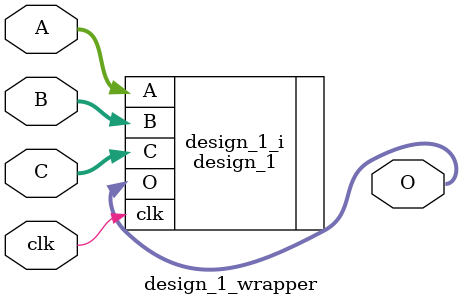
<source format=v>
`timescale 1 ps / 1 ps

module design_1_wrapper
   (A,
    B,
    C,
    O,
    clk);
  input [31:0]A;
  input [31:0]B;
  input [31:0]C;
  output [31:0]O;
  input clk;

  wire [31:0]A;
  wire [31:0]B;
  wire [31:0]C;
  wire [31:0]O;
  wire clk;

  design_1 design_1_i
       (.A(A),
        .B(B),
        .C(C),
        .O(O),
        .clk(clk));
endmodule

</source>
